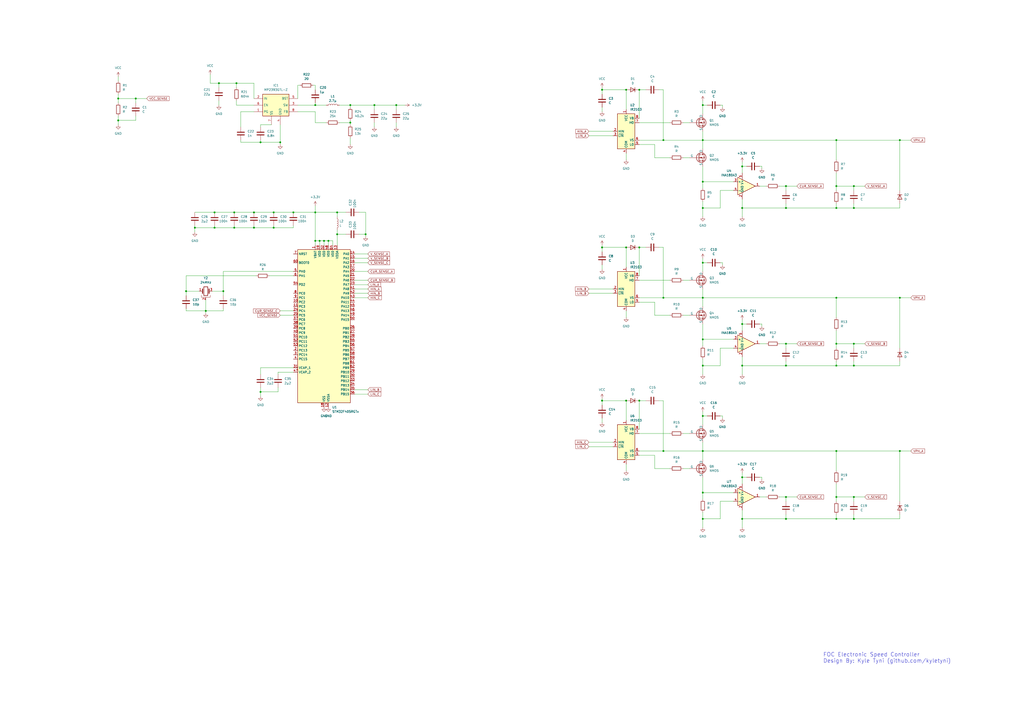
<source format=kicad_sch>
(kicad_sch (version 20230121) (generator eeschema)
  (paper "A2")
  (junction (at 212.09 135.89))
  (junction (at 363.22 143.51))
  (junction (at 129.54 168.91))
  (junction (at 495.3 288.29))
  (junction (at 407.67 285.75))
  (junction (at 363.22 232.41))
  (junction (at 124.46 132.08))
  (junction (at 217.17 60.96))
  (junction (at 135.89 123.19))
  (junction (at 68.58 69.85))
  (junction (at 137.16 48.26))
  (junction (at 124.46 123.19))
  (junction (at 182.88 123.19))
  (junction (at 407.67 172.72))
  (junction (at 187.96 139.7))
  (junction (at 485.14 199.39))
  (junction (at 407.67 261.62))
  (junction (at 158.75 123.19))
  (junction (at 485.14 212.09))
  (junction (at 407.67 196.85))
  (junction (at 107.95 168.91))
  (junction (at 349.25 232.41))
  (junction (at 370.84 232.41))
  (junction (at 455.93 120.65))
  (junction (at 495.3 107.95))
  (junction (at 430.53 300.99))
  (junction (at 151.13 82.55))
  (junction (at 455.93 107.95))
  (junction (at 430.53 96.52))
  (junction (at 370.84 52.07))
  (junction (at 384.81 81.28))
  (junction (at 485.14 172.72))
  (junction (at 407.67 105.41))
  (junction (at 68.58 57.15))
  (junction (at 407.67 60.96))
  (junction (at 407.67 120.65))
  (junction (at 521.97 261.62))
  (junction (at 182.88 139.7))
  (junction (at 495.3 199.39))
  (junction (at 203.2 60.96))
  (junction (at 407.67 81.28))
  (junction (at 407.67 212.09))
  (junction (at 349.25 52.07))
  (junction (at 363.22 52.07))
  (junction (at 407.67 300.99))
  (junction (at 147.32 123.19))
  (junction (at 151.13 227.33))
  (junction (at 190.5 139.7))
  (junction (at 455.93 212.09))
  (junction (at 521.97 81.28))
  (junction (at 407.67 241.3))
  (junction (at 195.58 123.19))
  (junction (at 182.88 60.96))
  (junction (at 135.89 132.08))
  (junction (at 407.67 152.4))
  (junction (at 203.2 71.12))
  (junction (at 170.18 123.19))
  (junction (at 119.38 180.34))
  (junction (at 113.03 132.08))
  (junction (at 485.14 300.99))
  (junction (at 485.14 261.62))
  (junction (at 430.53 187.96))
  (junction (at 430.53 276.86))
  (junction (at 485.14 120.65))
  (junction (at 430.53 120.65))
  (junction (at 485.14 288.29))
  (junction (at 147.32 132.08))
  (junction (at 485.14 107.95))
  (junction (at 495.3 212.09))
  (junction (at 370.84 143.51))
  (junction (at 495.3 120.65))
  (junction (at 384.81 172.72))
  (junction (at 158.75 132.08))
  (junction (at 430.53 212.09))
  (junction (at 455.93 300.99))
  (junction (at 485.14 81.28))
  (junction (at 127 48.26))
  (junction (at 195.58 135.89))
  (junction (at 78.74 57.15))
  (junction (at 349.25 143.51))
  (junction (at 495.3 300.99))
  (junction (at 162.56 82.55))
  (junction (at 384.81 261.62))
  (junction (at 185.42 139.7))
  (junction (at 229.87 60.96))
  (junction (at 521.97 172.72))
  (junction (at 455.93 199.39))
  (junction (at 455.93 288.29))
  (wire (pts (xy 379.73 91.44) (xy 388.62 91.44)))
  (wire (pts (xy 147.32 60.96) (xy 137.16 60.96)))
  (wire (pts (xy 127 48.26) (xy 137.16 48.26)))
  (wire (pts (xy 455.93 199.39) (xy 455.93 201.93)))
  (wire (pts (xy 495.3 288.29) (xy 501.65 288.29)))
  (wire (pts (xy 208.28 123.19) (xy 212.09 123.19)))
  (wire (pts (xy 485.14 212.09) (xy 495.3 212.09)))
  (wire (pts (xy 139.7 64.77) (xy 139.7 73.66)))
  (wire (pts (xy 341.63 256.54) (xy 355.6 256.54)))
  (wire (pts (xy 151.13 72.39) (xy 151.13 73.66)))
  (wire (pts (xy 78.74 69.85) (xy 68.58 69.85)))
  (wire (pts (xy 370.84 81.28) (xy 384.81 81.28)))
  (wire (pts (xy 485.14 288.29) (xy 485.14 290.83)))
  (wire (pts (xy 172.72 49.53) (xy 172.72 57.15)))
  (wire (pts (xy 521.97 172.72) (xy 528.32 172.72)))
  (wire (pts (xy 407.67 58.42) (xy 407.67 60.96)))
  (wire (pts (xy 162.56 83.82) (xy 162.56 82.55)))
  (wire (pts (xy 124.46 132.08) (xy 135.89 132.08)))
  (wire (pts (xy 203.2 71.12) (xy 203.2 72.39)))
  (wire (pts (xy 485.14 81.28) (xy 521.97 81.28)))
  (wire (pts (xy 129.54 157.48) (xy 170.18 157.48)))
  (wire (pts (xy 455.93 107.95) (xy 452.12 107.95)))
  (wire (pts (xy 430.53 120.65) (xy 430.53 125.73)))
  (wire (pts (xy 203.2 62.23) (xy 203.2 60.96)))
  (wire (pts (xy 203.2 69.85) (xy 203.2 71.12)))
  (wire (pts (xy 349.25 143.51) (xy 363.22 143.51)))
  (wire (pts (xy 147.32 123.19) (xy 158.75 123.19)))
  (wire (pts (xy 495.3 300.99) (xy 495.3 298.45)))
  (wire (pts (xy 107.95 180.34) (xy 119.38 180.34)))
  (wire (pts (xy 430.53 185.42) (xy 430.53 187.96)))
  (wire (pts (xy 430.53 276.86) (xy 430.53 280.67)))
  (wire (pts (xy 441.96 187.96) (xy 441.96 189.23)))
  (wire (pts (xy 396.24 182.88) (xy 400.05 182.88)))
  (wire (pts (xy 139.7 64.77) (xy 147.32 64.77)))
  (wire (pts (xy 213.36 157.48) (xy 205.74 157.48)))
  (wire (pts (xy 349.25 52.07) (xy 349.25 54.61)))
  (wire (pts (xy 195.58 135.89) (xy 200.66 135.89)))
  (wire (pts (xy 182.88 60.96) (xy 182.88 59.69)))
  (wire (pts (xy 407.67 76.2) (xy 407.67 81.28)))
  (wire (pts (xy 455.93 118.11) (xy 455.93 120.65)))
  (wire (pts (xy 419.1 152.4) (xy 419.1 153.67)))
  (wire (pts (xy 158.75 132.08) (xy 158.75 130.81)))
  (wire (pts (xy 158.75 123.19) (xy 170.18 123.19)))
  (wire (pts (xy 217.17 73.66) (xy 217.17 71.12)))
  (wire (pts (xy 182.88 49.53) (xy 182.88 52.07)))
  (wire (pts (xy 417.83 300.99) (xy 407.67 300.99)))
  (wire (pts (xy 213.36 172.72) (xy 205.74 172.72)))
  (wire (pts (xy 485.14 172.72) (xy 521.97 172.72)))
  (wire (pts (xy 430.53 120.65) (xy 455.93 120.65)))
  (wire (pts (xy 384.81 81.28) (xy 407.67 81.28)))
  (wire (pts (xy 217.17 63.5) (xy 217.17 60.96)))
  (wire (pts (xy 349.25 52.07) (xy 349.25 50.8)))
  (wire (pts (xy 213.36 165.1) (xy 205.74 165.1)))
  (wire (pts (xy 407.67 116.84) (xy 407.67 120.65)))
  (wire (pts (xy 455.93 199.39) (xy 462.28 199.39)))
  (wire (pts (xy 485.14 120.65) (xy 485.14 118.11)))
  (wire (pts (xy 113.03 130.81) (xy 113.03 132.08)))
  (wire (pts (xy 407.67 86.36) (xy 407.67 81.28)))
  (wire (pts (xy 213.36 147.32) (xy 205.74 147.32)))
  (wire (pts (xy 127 58.42) (xy 127 60.96)))
  (wire (pts (xy 170.18 130.81) (xy 170.18 132.08)))
  (wire (pts (xy 349.25 232.41) (xy 349.25 231.14)))
  (wire (pts (xy 382.27 52.07) (xy 384.81 52.07)))
  (wire (pts (xy 349.25 52.07) (xy 363.22 52.07)))
  (wire (pts (xy 370.84 162.56) (xy 388.62 162.56)))
  (wire (pts (xy 195.58 135.89) (xy 195.58 142.24)))
  (wire (pts (xy 370.84 71.12) (xy 388.62 71.12)))
  (wire (pts (xy 485.14 191.77) (xy 485.14 199.39)))
  (wire (pts (xy 68.58 72.39) (xy 68.58 69.85)))
  (wire (pts (xy 407.67 241.3) (xy 407.67 246.38)))
  (wire (pts (xy 455.93 107.95) (xy 455.93 110.49)))
  (wire (pts (xy 229.87 73.66) (xy 229.87 71.12)))
  (wire (pts (xy 485.14 280.67) (xy 485.14 288.29)))
  (wire (pts (xy 370.84 232.41) (xy 374.65 232.41)))
  (wire (pts (xy 370.84 264.16) (xy 379.73 264.16)))
  (wire (pts (xy 172.72 64.77) (xy 182.88 64.77)))
  (wire (pts (xy 485.14 120.65) (xy 495.3 120.65)))
  (wire (pts (xy 384.81 261.62) (xy 407.67 261.62)))
  (wire (pts (xy 341.63 76.2) (xy 355.6 76.2)))
  (wire (pts (xy 182.88 123.19) (xy 182.88 139.7)))
  (wire (pts (xy 217.17 60.96) (xy 229.87 60.96)))
  (wire (pts (xy 430.53 300.99) (xy 455.93 300.99)))
  (wire (pts (xy 182.88 139.7) (xy 182.88 142.24)))
  (wire (pts (xy 78.74 57.15) (xy 85.09 57.15)))
  (wire (pts (xy 407.67 297.18) (xy 407.67 300.99)))
  (wire (pts (xy 363.22 52.07) (xy 363.22 63.5)))
  (wire (pts (xy 151.13 82.55) (xy 151.13 81.28)))
  (wire (pts (xy 485.14 199.39) (xy 485.14 201.93)))
  (wire (pts (xy 495.3 199.39) (xy 495.3 201.93)))
  (wire (pts (xy 137.16 60.96) (xy 137.16 58.42)))
  (wire (pts (xy 370.84 83.82) (xy 379.73 83.82)))
  (wire (pts (xy 363.22 143.51) (xy 363.22 154.94)))
  (wire (pts (xy 485.14 107.95) (xy 485.14 110.49)))
  (wire (pts (xy 203.2 83.82) (xy 203.2 80.01)))
  (wire (pts (xy 196.85 60.96) (xy 203.2 60.96)))
  (wire (pts (xy 419.1 60.96) (xy 419.1 62.23)))
  (wire (pts (xy 349.25 62.23) (xy 349.25 64.77)))
  (wire (pts (xy 382.27 232.41) (xy 384.81 232.41)))
  (wire (pts (xy 495.3 107.95) (xy 495.3 110.49)))
  (wire (pts (xy 430.53 212.09) (xy 455.93 212.09)))
  (wire (pts (xy 455.93 209.55) (xy 455.93 212.09)))
  (wire (pts (xy 425.45 290.83) (xy 417.83 290.83)))
  (wire (pts (xy 430.53 274.32) (xy 430.53 276.86)))
  (wire (pts (xy 407.67 276.86) (xy 407.67 285.75)))
  (wire (pts (xy 135.89 123.19) (xy 147.32 123.19)))
  (wire (pts (xy 379.73 182.88) (xy 388.62 182.88)))
  (wire (pts (xy 407.67 60.96) (xy 407.67 66.04)))
  (wire (pts (xy 455.93 298.45) (xy 455.93 300.99)))
  (wire (pts (xy 485.14 300.99) (xy 495.3 300.99)))
  (wire (pts (xy 440.69 288.29) (xy 444.5 288.29)))
  (wire (pts (xy 182.88 60.96) (xy 189.23 60.96)))
  (wire (pts (xy 407.67 96.52) (xy 407.67 105.41)))
  (wire (pts (xy 379.73 175.26) (xy 379.73 182.88)))
  (wire (pts (xy 68.58 44.45) (xy 68.58 46.99)))
  (wire (pts (xy 341.63 167.64) (xy 355.6 167.64)))
  (wire (pts (xy 203.2 60.96) (xy 217.17 60.96)))
  (wire (pts (xy 68.58 57.15) (xy 68.58 59.69)))
  (wire (pts (xy 407.67 261.62) (xy 485.14 261.62)))
  (wire (pts (xy 407.67 105.41) (xy 425.45 105.41)))
  (wire (pts (xy 363.22 232.41) (xy 363.22 243.84)))
  (wire (pts (xy 485.14 300.99) (xy 485.14 298.45)))
  (wire (pts (xy 349.25 232.41) (xy 363.22 232.41)))
  (wire (pts (xy 195.58 133.35) (xy 195.58 135.89)))
  (wire (pts (xy 349.25 232.41) (xy 349.25 234.95)))
  (wire (pts (xy 425.45 201.93) (xy 417.83 201.93)))
  (wire (pts (xy 190.5 139.7) (xy 187.96 139.7)))
  (wire (pts (xy 370.84 143.51) (xy 370.84 160.02)))
  (wire (pts (xy 147.32 132.08) (xy 158.75 132.08)))
  (wire (pts (xy 407.67 105.41) (xy 407.67 109.22)))
  (wire (pts (xy 407.67 152.4) (xy 407.67 157.48)))
  (wire (pts (xy 433.07 276.86) (xy 430.53 276.86)))
  (wire (pts (xy 349.25 143.51) (xy 349.25 142.24)))
  (wire (pts (xy 495.3 120.65) (xy 521.97 120.65)))
  (wire (pts (xy 151.13 72.39) (xy 157.48 72.39)))
  (wire (pts (xy 384.81 172.72) (xy 407.67 172.72)))
  (wire (pts (xy 495.3 107.95) (xy 501.65 107.95)))
  (wire (pts (xy 455.93 199.39) (xy 452.12 199.39)))
  (wire (pts (xy 187.96 139.7) (xy 185.42 139.7)))
  (wire (pts (xy 485.14 212.09) (xy 485.14 209.55)))
  (wire (pts (xy 135.89 132.08) (xy 147.32 132.08)))
  (wire (pts (xy 137.16 48.26) (xy 147.32 48.26)))
  (wire (pts (xy 213.36 170.18) (xy 205.74 170.18)))
  (wire (pts (xy 419.1 241.3) (xy 419.1 242.57)))
  (wire (pts (xy 123.19 168.91) (xy 129.54 168.91)))
  (wire (pts (xy 407.67 196.85) (xy 407.67 200.66)))
  (wire (pts (xy 441.96 276.86) (xy 441.96 278.13)))
  (wire (pts (xy 495.3 120.65) (xy 495.3 118.11)))
  (wire (pts (xy 162.56 182.88) (xy 170.18 182.88)))
  (wire (pts (xy 407.67 300.99) (xy 407.67 306.07)))
  (wire (pts (xy 78.74 57.15) (xy 78.74 59.69)))
  (wire (pts (xy 182.88 119.38) (xy 182.88 123.19)))
  (wire (pts (xy 161.29 224.79) (xy 161.29 227.33)))
  (wire (pts (xy 182.88 71.12) (xy 189.23 71.12)))
  (wire (pts (xy 396.24 271.78) (xy 400.05 271.78)))
  (wire (pts (xy 433.07 187.96) (xy 430.53 187.96)))
  (wire (pts (xy 193.04 139.7) (xy 190.5 139.7)))
  (wire (pts (xy 430.53 207.01) (xy 430.53 212.09)))
  (wire (pts (xy 495.3 212.09) (xy 495.3 209.55)))
  (wire (pts (xy 407.67 81.28) (xy 485.14 81.28)))
  (wire (pts (xy 172.72 60.96) (xy 182.88 60.96)))
  (wire (pts (xy 485.14 261.62) (xy 485.14 273.05)))
  (wire (pts (xy 182.88 123.19) (xy 195.58 123.19)))
  (wire (pts (xy 417.83 110.49) (xy 417.83 120.65)))
  (wire (pts (xy 229.87 60.96) (xy 234.95 60.96)))
  (wire (pts (xy 182.88 64.77) (xy 182.88 71.12)))
  (wire (pts (xy 151.13 213.36) (xy 151.13 217.17)))
  (wire (pts (xy 455.93 120.65) (xy 485.14 120.65)))
  (wire (pts (xy 396.24 91.44) (xy 400.05 91.44)))
  (wire (pts (xy 156.21 160.02) (xy 170.18 160.02)))
  (wire (pts (xy 185.42 139.7) (xy 182.88 139.7)))
  (wire (pts (xy 68.58 54.61) (xy 68.58 57.15)))
  (wire (pts (xy 119.38 180.34) (xy 129.54 180.34)))
  (wire (pts (xy 485.14 107.95) (xy 495.3 107.95)))
  (wire (pts (xy 430.53 93.98) (xy 430.53 96.52)))
  (wire (pts (xy 417.83 241.3) (xy 419.1 241.3)))
  (wire (pts (xy 521.97 172.72) (xy 521.97 201.93)))
  (wire (pts (xy 440.69 276.86) (xy 441.96 276.86)))
  (wire (pts (xy 407.67 167.64) (xy 407.67 172.72)))
  (wire (pts (xy 129.54 168.91) (xy 129.54 157.48)))
  (wire (pts (xy 379.73 83.82) (xy 379.73 91.44)))
  (wire (pts (xy 382.27 143.51) (xy 384.81 143.51)))
  (wire (pts (xy 147.32 130.81) (xy 147.32 132.08)))
  (wire (pts (xy 485.14 81.28) (xy 485.14 92.71)))
  (wire (pts (xy 113.03 134.62) (xy 113.03 132.08)))
  (wire (pts (xy 137.16 50.8) (xy 137.16 48.26)))
  (wire (pts (xy 121.92 48.26) (xy 121.92 43.18)))
  (wire (pts (xy 107.95 160.02) (xy 148.59 160.02)))
  (wire (pts (xy 190.5 142.24) (xy 190.5 139.7)))
  (wire (pts (xy 370.84 251.46) (xy 388.62 251.46)))
  (wire (pts (xy 151.13 82.55) (xy 162.56 82.55)))
  (wire (pts (xy 170.18 213.36) (xy 151.13 213.36)))
  (wire (pts (xy 68.58 57.15) (xy 78.74 57.15)))
  (wire (pts (xy 182.88 49.53) (xy 181.61 49.53)))
  (wire (pts (xy 485.14 288.29) (xy 495.3 288.29)))
  (wire (pts (xy 379.73 264.16) (xy 379.73 271.78)))
  (wire (pts (xy 430.53 295.91) (xy 430.53 300.99)))
  (wire (pts (xy 370.84 261.62) (xy 384.81 261.62)))
  (wire (pts (xy 440.69 107.95) (xy 444.5 107.95)))
  (wire (pts (xy 195.58 123.19) (xy 200.66 123.19)))
  (wire (pts (xy 440.69 187.96) (xy 441.96 187.96)))
  (wire (pts (xy 396.24 71.12) (xy 400.05 71.12)))
  (wire (pts (xy 370.84 232.41) (xy 370.84 248.92)))
  (wire (pts (xy 213.36 152.4) (xy 205.74 152.4)))
  (wire (pts (xy 68.58 69.85) (xy 68.58 67.31)))
  (wire (pts (xy 124.46 123.19) (xy 135.89 123.19)))
  (wire (pts (xy 407.67 196.85) (xy 425.45 196.85)))
  (wire (pts (xy 208.28 135.89) (xy 212.09 135.89)))
  (wire (pts (xy 407.67 212.09) (xy 407.67 217.17)))
  (wire (pts (xy 521.97 261.62) (xy 528.32 261.62)))
  (wire (pts (xy 151.13 229.87) (xy 151.13 227.33)))
  (wire (pts (xy 78.74 69.85) (xy 78.74 67.31)))
  (wire (pts (xy 495.3 212.09) (xy 521.97 212.09)))
  (wire (pts (xy 129.54 168.91) (xy 129.54 171.45)))
  (wire (pts (xy 173.99 49.53) (xy 172.72 49.53)))
  (wire (pts (xy 440.69 96.52) (xy 441.96 96.52)))
  (wire (pts (xy 212.09 123.19) (xy 212.09 135.89)))
  (wire (pts (xy 407.67 172.72) (xy 485.14 172.72)))
  (wire (pts (xy 185.42 142.24) (xy 185.42 139.7)))
  (wire (pts (xy 349.25 242.57) (xy 349.25 245.11)))
  (wire (pts (xy 485.14 100.33) (xy 485.14 107.95)))
  (wire (pts (xy 521.97 209.55) (xy 521.97 212.09)))
  (wire (pts (xy 187.96 142.24) (xy 187.96 139.7)))
  (wire (pts (xy 455.93 107.95) (xy 462.28 107.95)))
  (wire (pts (xy 521.97 298.45) (xy 521.97 300.99)))
  (wire (pts (xy 349.25 143.51) (xy 349.25 146.05)))
  (wire (pts (xy 417.83 60.96) (xy 419.1 60.96)))
  (wire (pts (xy 363.22 269.24) (xy 363.22 273.05)))
  (wire (pts (xy 455.93 212.09) (xy 485.14 212.09)))
  (wire (pts (xy 407.67 208.28) (xy 407.67 212.09)))
  (wire (pts (xy 407.67 177.8) (xy 407.67 172.72)))
  (wire (pts (xy 363.22 88.9) (xy 363.22 92.71)))
  (wire (pts (xy 124.46 130.81) (xy 124.46 132.08)))
  (wire (pts (xy 170.18 132.08) (xy 158.75 132.08)))
  (wire (pts (xy 161.29 227.33) (xy 151.13 227.33)))
  (wire (pts (xy 430.53 115.57) (xy 430.53 120.65)))
  (wire (pts (xy 193.04 142.24) (xy 193.04 139.7)))
  (wire (pts (xy 370.84 172.72) (xy 384.81 172.72)))
  (wire (pts (xy 521.97 81.28) (xy 521.97 110.49)))
  (wire (pts (xy 407.67 149.86) (xy 407.67 152.4)))
  (wire (pts (xy 521.97 261.62) (xy 521.97 290.83)))
  (wire (pts (xy 170.18 123.19) (xy 182.88 123.19)))
  (wire (pts (xy 349.25 153.67) (xy 349.25 156.21)))
  (wire (pts (xy 455.93 288.29) (xy 455.93 290.83)))
  (wire (pts (xy 107.95 179.07) (xy 107.95 180.34)))
  (wire (pts (xy 139.7 82.55) (xy 151.13 82.55)))
  (wire (pts (xy 396.24 251.46) (xy 400.05 251.46)))
  (wire (pts (xy 121.92 48.26) (xy 127 48.26)))
  (wire (pts (xy 161.29 215.9) (xy 161.29 217.17)))
  (wire (pts (xy 119.38 181.61) (xy 119.38 180.34)))
  (wire (pts (xy 407.67 256.54) (xy 407.67 261.62)))
  (wire (pts (xy 417.83 152.4) (xy 419.1 152.4)))
  (wire (pts (xy 139.7 82.55) (xy 139.7 81.28)))
  (wire (pts (xy 410.21 152.4) (xy 407.67 152.4)))
  (wire (pts (xy 441.96 96.52) (xy 441.96 97.79)))
  (wire (pts (xy 113.03 123.19) (xy 124.46 123.19)))
  (wire (pts (xy 341.63 170.18) (xy 355.6 170.18)))
  (wire (pts (xy 196.85 71.12) (xy 203.2 71.12)))
  (wire (pts (xy 417.83 120.65) (xy 407.67 120.65)))
  (wire (pts (xy 495.3 300.99) (xy 521.97 300.99)))
  (wire (pts (xy 433.07 96.52) (xy 430.53 96.52)))
  (wire (pts (xy 396.24 162.56) (xy 400.05 162.56)))
  (wire (pts (xy 407.67 120.65) (xy 407.67 125.73)))
  (wire (pts (xy 430.53 187.96) (xy 430.53 191.77)))
  (wire (pts (xy 384.81 261.62) (xy 384.81 232.41)))
  (wire (pts (xy 113.03 132.08) (xy 124.46 132.08)))
  (wire (pts (xy 455.93 300.99) (xy 485.14 300.99)))
  (wire (pts (xy 407.67 238.76) (xy 407.67 241.3)))
  (wire (pts (xy 135.89 130.81) (xy 135.89 132.08)))
  (wire (pts (xy 212.09 135.89) (xy 212.09 137.16)))
  (wire (pts (xy 363.22 180.34) (xy 363.22 184.15)))
  (wire (pts (xy 485.14 172.72) (xy 485.14 184.15)))
  (wire (pts (xy 147.32 48.26) (xy 147.32 57.15)))
  (wire (pts (xy 440.69 199.39) (xy 444.5 199.39)))
  (wire (pts (xy 495.3 199.39) (xy 501.65 199.39)))
  (wire (pts (xy 379.73 271.78) (xy 388.62 271.78)))
  (wire (pts (xy 170.18 215.9) (xy 161.29 215.9)))
  (wire (pts (xy 455.93 288.29) (xy 462.28 288.29)))
  (wire (pts (xy 485.14 199.39) (xy 495.3 199.39)))
  (wire (pts (xy 407.67 266.7) (xy 407.67 261.62)))
  (wire (pts (xy 107.95 168.91) (xy 107.95 160.02)))
  (wire (pts (xy 485.14 261.62) (xy 521.97 261.62)))
  (wire (pts (xy 213.36 149.86) (xy 205.74 149.86)))
  (wire (pts (xy 407.67 285.75) (xy 407.67 289.56)))
  (wire (pts (xy 370.84 52.07) (xy 370.84 68.58)))
  (wire (pts (xy 151.13 227.33) (xy 151.13 224.79)))
  (wire (pts (xy 195.58 123.19) (xy 195.58 125.73)))
  (wire (pts (xy 370.84 52.07) (xy 374.65 52.07)))
  (wire (pts (xy 430.53 212.09) (xy 430.53 217.17)))
  (wire (pts (xy 521.97 81.28) (xy 528.32 81.28)))
  (wire (pts (xy 407.67 285.75) (xy 425.45 285.75)))
  (wire (pts (xy 417.83 212.09) (xy 407.67 212.09)))
  (wire (pts (xy 129.54 179.07) (xy 129.54 180.34)))
  (wire (pts (xy 417.83 290.83) (xy 417.83 300.99)))
  (wire (pts (xy 410.21 241.3) (xy 407.67 241.3)))
  (wire (pts (xy 430.53 96.52) (xy 430.53 100.33)))
  (wire (pts (xy 119.38 173.99) (xy 119.38 180.34)))
  (wire (pts (xy 455.93 288.29) (xy 452.12 288.29)))
  (wire (pts (xy 213.36 228.6) (xy 205.74 228.6)))
  (wire (pts (xy 115.57 168.91) (xy 107.95 168.91)))
  (wire (pts (xy 127 50.8) (xy 127 48.26)))
  (wire (pts (xy 384.81 172.72) (xy 384.81 143.51)))
  (wire (pts (xy 229.87 63.5) (xy 229.87 60.96)))
  (wire (pts (xy 370.84 143.51) (xy 374.65 143.51)))
  (wire (pts (xy 341.63 259.08) (xy 355.6 259.08)))
  (wire (pts (xy 417.83 201.93) (xy 417.83 212.09)))
  (wire (pts (xy 495.3 288.29) (xy 495.3 290.83)))
  (wire (pts (xy 521.97 118.11) (xy 521.97 120.65)))
  (wire (pts (xy 341.63 78.74) (xy 355.6 78.74)))
  (wire (pts (xy 162.56 72.39) (xy 162.56 82.55)))
  (wire (pts (xy 407.67 187.96) (xy 407.67 196.85)))
  (wire (pts (xy 384.81 81.28) (xy 384.81 52.07)))
  (wire (pts (xy 213.36 167.64) (xy 205.74 167.64)))
  (wire (pts (xy 213.36 162.56) (xy 205.74 162.56)))
  (wire (pts (xy 370.84 175.26) (xy 379.73 175.26)))
  (wire (pts (xy 410.21 60.96) (xy 407.67 60.96)))
  (wire (pts (xy 107.95 168.91) (xy 107.95 171.45)))
  (wire (pts (xy 213.36 226.06) (xy 205.74 226.06)))
  (wire (pts (xy 425.45 110.49) (xy 417.83 110.49)))
  (wire (pts (xy 170.18 180.34) (xy 162.56 180.34)))
  (wire (pts (xy 430.53 300.99) (xy 430.53 306.07)))
  (text "FOC Electronic Speed Controller\nDesign By: Kyle Tyni (github.com/kyletyni)" (at 477.52 384.81 0) (effects (font (size 2.27 2.27)) (justify left bottom)))
  (global_label "HIN_B" (shape input) (at 213.36 170.18 0) (property "Intersheetrefs" "${INTERSHEET_REFS}" (effects hide)))
  (global_label "VCC_SENSE" (shape input) (at 162.56 182.88 180) (property "Intersheetrefs" "${INTERSHEET_REFS}" (effects hide)))
  (global_label "HIN_A" (shape input) (at 341.63 76.2 180) (property "Intersheetrefs" "${INTERSHEET_REFS}" (effects hide)))
  (global_label "LIN_A" (shape input) (at 213.36 165.1 0) (property "Intersheetrefs" "${INTERSHEET_REFS}" (effects hide)))
  (global_label "HIN_C" (shape input) (at 341.63 256.54 180) (property "Intersheetrefs" "${INTERSHEET_REFS}" (effects hide)))
  (global_label "LIN_C" (shape input) (at 341.63 259.08 180) (property "Intersheetrefs" "${INTERSHEET_REFS}" (effects hide)))
  (global_label "CUR_SENSE_C" (shape input) (at 162.56 180.34 180) (property "Intersheetrefs" "${INTERSHEET_REFS}" (effects hide)))
  (global_label "CUR_SENSE_C" (shape input) (at 462.28 288.29 0) (property "Intersheetrefs" "${INTERSHEET_REFS}" (effects hide)))
  (global_label "VPH_A" (shape input) (at 528.32 261.62 0) (property "Intersheetrefs" "${INTERSHEET_REFS}" (effects hide)))
  (global_label "V_SENSE_B" (shape input) (at 213.36 149.86 0) (property "Intersheetrefs" "${INTERSHEET_REFS}" (effects hide)))
  (global_label "LIN_A" (shape input) (at 341.63 78.74 180) (property "Intersheetrefs" "${INTERSHEET_REFS}" (effects hide)))
  (global_label "V_SENSE_C" (shape input) (at 213.36 152.4 0) (property "Intersheetrefs" "${INTERSHEET_REFS}" (effects hide)))
  (global_label "V_SENSE_A" (shape input) (at 501.65 107.95 0) (property "Intersheetrefs" "${INTERSHEET_REFS}" (effects hide)))
  (global_label "CUR_SENSE_B" (shape input) (at 462.28 199.39 0) (property "Intersheetrefs" "${INTERSHEET_REFS}" (effects hide)))
  (global_label "CUR_SENSE_B" (shape input) (at 213.36 162.56 0) (property "Intersheetrefs" "${INTERSHEET_REFS}" (effects hide)))
  (global_label "HIN_A" (shape input) (at 213.36 167.64 0) (property "Intersheetrefs" "${INTERSHEET_REFS}" (effects hide)))
  (global_label "CUR_SENSE_A" (shape input) (at 213.36 157.48 0) (property "Intersheetrefs" "${INTERSHEET_REFS}" (effects hide)))
  (global_label "LIN_B" (shape input) (at 341.63 170.18 180) (property "Intersheetrefs" "${INTERSHEET_REFS}" (effects hide)))
  (global_label "CUR_SENSE_A" (shape input) (at 462.28 107.95 0) (property "Intersheetrefs" "${INTERSHEET_REFS}" (effects hide)))
  (global_label "HIN_C" (shape input) (at 213.36 172.72 0) (property "Intersheetrefs" "${INTERSHEET_REFS}" (effects hide)))
  (global_label "LIN_C" (shape input) (at 213.36 228.6 0) (property "Intersheetrefs" "${INTERSHEET_REFS}" (effects hide)))
  (global_label "VPH_A" (shape input) (at 528.32 172.72 0) (property "Intersheetrefs" "${INTERSHEET_REFS}" (effects hide)))
  (global_label "LIN_B" (shape input) (at 213.36 226.06 0) (property "Intersheetrefs" "${INTERSHEET_REFS}" (effects hide)))
  (global_label "V_SENSE_A" (shape input) (at 213.36 147.32 0) (property "Intersheetrefs" "${INTERSHEET_REFS}" (effects hide)))
  (global_label "VCC_SENSE" (shape input) (at 85.09 57.15 0) (property "Intersheetrefs" "${INTERSHEET_REFS}" (effects hide)))
  (global_label "VPH_A" (shape input) (at 528.32 81.28 0) (property "Intersheetrefs" "${INTERSHEET_REFS}" (effects hide)))
  (global_label "HIN_B" (shape input) (at 341.63 167.64 180) (property "Intersheetrefs" "${INTERSHEET_REFS}" (effects hide)))
  (global_label "V_SENSE_C" (shape input) (at 501.65 288.29 0) (property "Intersheetrefs" "${INTERSHEET_REFS}" (effects hide)))
  (global_label "V_SENSE_B" (shape input) (at 501.65 199.39 0) (property "Intersheetrefs" "${INTERSHEET_REFS}" (effects hide)))
  (symbol (lib_id "Simulation_SPICE:NMOS") (at 405.13 182.88 0) (unit 1)
    (property "Reference" "Q4" (at 411.48 181.61 0) (effects (justify left)))
    (property "Value" "NMOS" (at 411.48 184.15 0) (effects (justify left)))
    (property "Datasheet" "https://ngspice.sourceforge.io/docs/ngspice-manual.pdf" (effects hide))
    (property "Sim.Device" "NMOS" (effects hide))
    (property "Sim.Type" "VDMOS" (effects hide))
    (property "Sim.Pins" "1=D 2=G 3=S" (effects hide))
  )
  (symbol (lib_id "Driver_FET:IR2103") (at 363.22 167.64 0) (unit 1)
    (property "Reference" "U3" (at 365.4141 152.4 0) (effects (justify left)))
    (property "Value" "IR2103" (at 365.4141 154.94 0) (effects (justify left)))
    (property "Footprint" "Package_SO:SOIC-8_3.9x4.9mm_P1.27mm" (effects hide))
    (property "Datasheet" "https://www.infineon.com/dgdl/ir2103.pdf?fileId=5546d462533600a4015355c7b54b166f" (effects hide))
  )
  (symbol (lib_id "Device:R") (at 392.43 182.88 90) (unit 1)
    (property "Reference" "R10" (at 392.43 176.53 90))
    (property "Value" "R" (at 392.43 179.07 90))
  )
  (symbol (lib_id "Device:R") (at 485.14 294.64 0) (unit 1)
    (property "Reference" "R20" (at 487.68 293.37 0) (effects (justify left)))
    (property "Value" "R" (at 487.68 295.91 0) (effects (justify left)))
  )
  (symbol (lib_id "Simulation_SPICE:NMOS") (at 405.13 271.78 0) (unit 1)
    (property "Reference" "Q6" (at 411.48 270.51 0) (effects (justify left)))
    (property "Value" "NMOS" (at 411.48 273.05 0) (effects (justify left)))
    (property "Datasheet" "https://ngspice.sourceforge.io/docs/ngspice-manual.pdf" (effects hide))
    (property "Sim.Device" "NMOS" (effects hide))
    (property "Sim.Type" "VDMOS" (effects hide))
    (property "Sim.Pins" "1=D 2=G 3=S" (effects hide))
  )
  (symbol (lib_id "Device:R") (at 407.67 293.37 180) (unit 1)
    (property "Reference" "R17" (at 410.21 292.1 0) (effects (justify right)))
    (property "Value" "R" (at 410.21 294.64 0) (effects (justify right)))
  )
  (symbol (lib_id "Device:C") (at 495.3 294.64 180) (unit 1)
    (property "Reference" "C19" (at 499.11 293.37 0) (effects (justify right)))
    (property "Value" "C" (at 499.11 295.91 0) (effects (justify right)))
  )
  (symbol (lib_id "Device:C") (at 158.75 127 180) (unit 1)
    (property "Reference" "C30" (at 166.37 125.73 0) (effects (justify left)))
    (property "Value" "100n" (at 166.37 128.27 0) (effects (justify left)))
  )
  (symbol (lib_id "Device:C") (at 414.02 241.3 270) (unit 1)
    (property "Reference" "C16" (at 414.02 233.68 90))
    (property "Value" "C" (at 414.02 236.22 90))
  )
  (symbol (lib_id "Device:R") (at 68.58 50.8 0) (unit 1)
    (property "Reference" "R1" (at 71.12 49.53 0) (effects (justify left)))
    (property "Value" "R" (at 71.12 52.07 0) (effects (justify left)))
  )
  (symbol (lib_id "power:GND") (at 119.38 181.61 0) (unit 1)
    (property "Reference" "#PWR037" (effects hide))
    (property "Value" "GND" (at 119.38 186.69 0))
  )
  (symbol (lib_id "Device:C") (at 170.18 127 180) (unit 1)
    (property "Reference" "C31" (at 177.8 125.73 0) (effects (justify left)))
    (property "Value" "100n" (at 177.8 128.27 0) (effects (justify left)))
  )
  (symbol (lib_id "power:GND") (at 127 60.96 0) (unit 1)
    (property "Reference" "#PWR032" (effects hide))
    (property "Value" "GND" (at 127 66.04 0))
  )
  (symbol (lib_id "Device:R") (at 392.43 162.56 90) (unit 1)
    (property "Reference" "R9" (at 392.43 156.21 90))
    (property "Value" "R" (at 392.43 158.75 90))
  )
  (symbol (lib_id "power:GND") (at 430.53 217.17 0) (unit 1)
    (property "Reference" "#PWR019" (effects hide))
    (property "Value" "GND" (at 430.53 222.25 0))
  )
  (symbol (lib_id "Device:C") (at 217.17 67.31 180) (unit 1)
    (property "Reference" "C24" (at 224.79 66.04 0) (effects (justify left)))
    (property "Value" "22µ" (at 224.79 68.58 0) (effects (justify left)))
  )
  (symbol (lib_id "Device:C") (at 139.7 77.47 0) (unit 1)
    (property "Reference" "C22" (at 143.51 76.2 0) (effects (justify left)))
    (property "Value" "1n" (at 143.51 78.74 0) (effects (justify left)))
  )
  (symbol (lib_id "power:GND") (at 217.17 73.66 0) (unit 1)
    (property "Reference" "#PWR034" (effects hide))
    (property "Value" "GND" (at 217.17 78.74 0))
  )
  (symbol (lib_id "power:+3.3V") (at 430.53 185.42 0) (unit 1)
    (property "Reference" "#PWR018" (effects hide))
    (property "Value" "+3.3V" (at 430.53 180.34 0))
  )
  (symbol (lib_id "Device:C") (at 204.47 135.89 270) (unit 1)
    (property "Reference" "C33" (at 203.2 128.27 0) (effects (justify left)))
    (property "Value" "100n" (at 205.74 128.27 0) (effects (justify left)))
  )
  (symbol (lib_id "power:+3.3V") (at 430.53 274.32 0) (unit 1)
    (property "Reference" "#PWR027" (effects hide))
    (property "Value" "+3.3V" (at 430.53 269.24 0))
  )
  (symbol (lib_id "Device:C") (at 436.88 187.96 90) (unit 1)
    (property "Reference" "C11" (at 436.88 180.34 90))
    (property "Value" "C" (at 436.88 182.88 90))
  )
  (symbol (lib_id "Device:C") (at 135.89 127 180) (unit 1)
    (property "Reference" "C28" (at 143.51 125.73 0) (effects (justify left)))
    (property "Value" "100n" (at 143.51 128.27 0) (effects (justify left)))
  )
  (symbol (lib_id "Device:C") (at 129.54 175.26 180) (unit 1)
    (property "Reference" "C36" (at 137.16 173.99 0) (effects (justify left)))
    (property "Value" "10p" (at 137.16 176.53 0) (effects (justify left)))
  )
  (symbol (lib_id "Device:R") (at 448.31 288.29 270) (unit 1)
    (property "Reference" "R18" (at 448.31 281.94 90))
    (property "Value" "R" (at 448.31 284.48 90))
  )
  (symbol (lib_id "Device:R") (at 485.14 276.86 0) (unit 1)
    (property "Reference" "R19" (at 487.68 275.59 0) (effects (justify left)))
    (property "Value" "R" (at 487.68 278.13 0) (effects (justify left)))
  )
  (symbol (lib_id "Device:R") (at 407.67 204.47 180) (unit 1)
    (property "Reference" "R11" (at 410.21 203.2 0) (effects (justify right)))
    (property "Value" "R" (at 410.21 205.74 0) (effects (justify right)))
  )
  (symbol (lib_id "power:GND") (at 212.09 137.16 0) (unit 1)
    (property "Reference" "#PWR041" (effects hide))
    (property "Value" "GND" (at 212.09 142.24 0))
  )
  (symbol (lib_id "power:GND") (at 190.5 236.22 0) (unit 1)
    (property "Reference" "#PWR042" (effects hide))
    (property "Value" "GND" (at 190.5 241.3 0))
  )
  (symbol (lib_id "power:VCC") (at 407.67 58.42 0) (unit 1)
    (property "Reference" "#PWR03" (effects hide))
    (property "Value" "VCC" (at 407.67 53.34 0))
  )
  (symbol (lib_id "power:VCC") (at 349.25 50.8 0) (unit 1)
    (property "Reference" "#PWR06" (effects hide))
    (property "Value" "VCC" (at 349.25 45.72 0))
  )
  (symbol (lib_id "Device:C") (at 378.46 52.07 270) (unit 1)
    (property "Reference" "C4" (at 378.46 44.45 90))
    (property "Value" "C" (at 378.46 46.99 90))
  )
  (symbol (lib_id "Device:C") (at 204.47 123.19 270) (unit 1)
    (property "Reference" "C32" (at 203.2 115.57 0) (effects (justify left)))
    (property "Value" "100n" (at 205.74 115.57 0) (effects (justify left)))
  )
  (symbol (lib_id "Device:C") (at 455.93 205.74 180) (unit 1)
    (property "Reference" "C12" (at 459.74 204.47 0) (effects (justify right)))
    (property "Value" "C" (at 459.74 207.01 0) (effects (justify right)))
  )
  (symbol (lib_id "power:VCC") (at 121.92 43.18 0) (unit 1)
    (property "Reference" "#PWR030" (effects hide))
    (property "Value" "VCC" (at 121.92 38.1 0))
  )
  (symbol (lib_id "power:GND") (at 407.67 217.17 0) (unit 1)
    (property "Reference" "#PWR016" (effects hide))
    (property "Value" "GND" (at 407.67 222.25 0))
  )
  (symbol (lib_id "Device:C") (at 127 54.61 0) (unit 1)
    (property "Reference" "C21" (at 118.11 52.07 0) (effects (justify left)))
    (property "Value" "22µ" (at 118.11 54.61 0) (effects (justify left)))
  )
  (symbol (lib_id "Device:R") (at 392.43 91.44 90) (unit 1)
    (property "Reference" "R4" (at 392.43 85.09 90))
    (property "Value" "R" (at 392.43 87.63 90))
  )
  (symbol (lib_id "Device:R") (at 485.14 187.96 0) (unit 1)
    (property "Reference" "R13" (at 487.68 186.69 0) (effects (justify left)))
    (property "Value" "R" (at 487.68 189.23 0) (effects (justify left)))
  )
  (symbol (lib_id "Device:C") (at 436.88 96.52 90) (unit 1)
    (property "Reference" "C5" (at 436.88 88.9 90))
    (property "Value" "C" (at 436.88 91.44 90))
  )
  (symbol (lib_id "Device:R") (at 177.8 49.53 90) (unit 1)
    (property "Reference" "R22" (at 177.8 43.18 90))
    (property "Value" "20" (at 177.8 45.72 90))
  )
  (symbol (lib_id "Device:R") (at 485.14 205.74 0) (unit 1)
    (property "Reference" "R14" (at 487.68 204.47 0) (effects (justify left)))
    (property "Value" "R" (at 487.68 207.01 0) (effects (justify left)))
  )
  (symbol (lib_id "Driver_FET:IR2103") (at 363.22 76.2 0) (unit 1)
    (property "Reference" "U2" (at 365.4141 60.96 0) (effects (justify left)))
    (property "Value" "IR2103" (at 365.4141 63.5 0) (effects (justify left)))
    (property "Footprint" "Package_SO:SOIC-8_3.9x4.9mm_P1.27mm" (effects hide))
    (property "Datasheet" "https://www.infineon.com/dgdl/ir2103.pdf?fileId=5546d462533600a4015355c7b54b166f" (effects hide))
  )
  (symbol (lib_id "Device:R") (at 485.14 114.3 0) (unit 1)
    (property "Reference" "R8" (at 487.68 113.03 0) (effects (justify left)))
    (property "Value" "R" (at 487.68 115.57 0) (effects (justify left)))
  )
  (symbol (lib_id "power:GND") (at 407.67 125.73 0) (unit 1)
    (property "Reference" "#PWR05" (effects hide))
    (property "Value" "GND" (at 407.67 130.81 0))
  )
  (symbol (lib_id "Device:R") (at 448.31 199.39 270) (unit 1)
    (property "Reference" "R12" (at 448.31 193.04 90))
    (property "Value" "R" (at 448.31 195.58 90))
  )
  (symbol (lib_id "power:GND") (at 441.96 97.79 0) (unit 1)
    (property "Reference" "#PWR09" (effects hide))
    (property "Value" "GND" (at 441.96 102.87 0))
  )
  (symbol (lib_id "Device:C") (at 414.02 152.4 270) (unit 1)
    (property "Reference" "C10" (at 414.02 144.78 90))
    (property "Value" "C" (at 414.02 147.32 90))
  )
  (symbol (lib_id "Device:C") (at 78.74 63.5 0) (unit 1)
    (property "Reference" "C1" (at 82.55 62.23 0) (effects (justify left)))
    (property "Value" "C" (at 82.55 64.77 0) (effects (justify left)))
  )
  (symbol (lib_id "power:GND") (at 430.53 306.07 0) (unit 1)
    (property "Reference" "#PWR028" (effects hide))
    (property "Value" "GND" (at 430.53 311.15 0))
  )
  (symbol (lib_id "power:+3.3V") (at 234.95 60.96 270) (unit 1)
    (property "Reference" "#PWR033" (effects hide))
    (property "Value" "+3.3V" (at 238.76 60.96 90) (effects (justify left)))
  )
  (symbol (lib_id "power:GND") (at 229.87 73.66 0) (unit 1)
    (property "Reference" "#PWR036" (effects hide))
    (property "Value" "GND" (at 229.87 78.74 0))
  )
  (symbol (lib_id "Device:C") (at 455.93 294.64 180) (unit 1)
    (property "Reference" "C18" (at 459.74 293.37 0) (effects (justify right)))
    (property "Value" "C" (at 459.74 295.91 0) (effects (justify right)))
  )
  (symbol (lib_id "Simulation_SPICE:NMOS") (at 405.13 251.46 0) (unit 1)
    (property "Reference" "Q5" (at 411.48 250.19 0) (effects (justify left)))
    (property "Value" "NMOS" (at 411.48 252.73 0) (effects (justify left)))
    (property "Datasheet" "https://ngspice.sourceforge.io/docs/ngspice-manual.pdf" (effects hide))
    (property "Sim.Device" "NMOS" (effects hide))
    (property "Sim.Type" "VDMOS" (effects hide))
    (property "Sim.Pins" "1=D 2=G 3=S" (effects hide))
  )
  (symbol (lib_id "Device:D") (at 367.03 143.51 180) (unit 1)
    (property "Reference" "D3" (at 367.03 137.16 0))
    (property "Value" "D" (at 367.03 139.7 0))
    (property "Sim.Device" "D" (effects hide))
    (property "Sim.Pins" "1=K 2=A" (effects hide))
  )
  (symbol (lib_id "Device:R") (at 137.16 54.61 0) (unit 1)
    (property "Reference" "R21" (at 139.7 53.34 0) (effects (justify left)))
    (property "Value" "604k" (at 139.7 55.88 0) (effects (justify left)))
  )
  (symbol (lib_id "Device:C") (at 495.3 205.74 180) (unit 1)
    (property "Reference" "C13" (at 499.11 204.47 0) (effects (justify right)))
    (property "Value" "C" (at 499.11 207.01 0) (effects (justify right)))
  )
  (symbol (lib_id "Device:L") (at 193.04 60.96 90) (unit 1)
    (property "Reference" "L1" (at 193.04 55.88 90))
    (property "Value" "2.7µ" (at 193.04 58.42 90))
  )
  (symbol (lib_id "MCU_ST_STM32F4:STM32F405RGTx") (at 187.96 190.5 0) (unit 1)
    (property "Reference" "U1" (at 192.6941 236.22 0) (effects (justify left)))
    (property "Value" "STM32F405RGTx" (at 192.6941 238.76 0) (effects (justify left)))
    (property "Footprint" "Package_QFP:LQFP-64_10x10mm_P0.5mm" (effects hide))
    (property "Datasheet" "https://www.st.com/resource/en/datasheet/stm32f405rg.pdf" (effects hide))
  )
  (symbol (lib_id "Device:C") (at 414.02 60.96 270) (unit 1)
    (property "Reference" "C2" (at 414.02 53.34 90))
    (property "Value" "C" (at 414.02 55.88 90))
  )
  (symbol (lib_id "power:VCC") (at 349.25 142.24 0) (unit 1)
    (property "Reference" "#PWR012" (effects hide))
    (property "Value" "VCC" (at 349.25 137.16 0))
  )
  (symbol (lib_id "Device:C") (at 455.93 114.3 180) (unit 1)
    (property "Reference" "C6" (at 459.74 113.03 0) (effects (justify right)))
    (property "Value" "C" (at 459.74 115.57 0) (effects (justify right)))
  )
  (symbol (lib_id "power:VCC") (at 407.67 149.86 0) (unit 1)
    (property "Reference" "#PWR015" (effects hide))
    (property "Value" "VCC" (at 407.67 144.78 0))
  )
  (symbol (lib_id "Device:R") (at 203.2 76.2 180) (unit 1)
    (property "Reference" "R25" (at 205.74 74.93 0) (effects (justify right)))
    (property "Value" "13k" (at 205.74 77.47 0) (effects (justify right)))
  )
  (symbol (lib_id "Driver_FET:IR2103") (at 363.22 256.54 0) (unit 1)
    (property "Reference" "U6" (at 365.4141 241.3 0) (effects (justify left)))
    (property "Value" "IR2103" (at 365.4141 243.84 0) (effects (justify left)))
    (property "Footprint" "Package_SO:SOIC-8_3.9x4.9mm_P1.27mm" (effects hide))
    (property "Datasheet" "https://www.infineon.com/dgdl/ir2103.pdf?fileId=5546d462533600a4015355c7b54b166f" (effects hide))
  )
  (symbol (lib_id "power:GND") (at 419.1 62.23 0) (unit 1)
    (property "Reference" "#PWR04" (effects hide))
    (property "Value" "GND" (at 419.1 67.31 0))
  )
  (symbol (lib_id "power:GND") (at 363.22 184.15 0) (unit 1)
    (property "Reference" "#PWR014" (effects hide))
    (property "Value" "GND" (at 363.22 189.23 0))
  )
  (symbol (lib_id "Device:C") (at 107.95 175.26 180) (unit 1)
    (property "Reference" "C37" (at 115.57 173.99 0) (effects (justify left)))
    (property "Value" "10p" (at 115.57 176.53 0) (effects (justify left)))
  )
  (symbol (lib_id "Device:C") (at 436.88 276.86 90) (unit 1)
    (property "Reference" "C17" (at 436.88 269.24 90))
    (property "Value" "C" (at 436.88 271.78 90))
  )
  (symbol (lib_id "power:GND") (at 203.2 83.82 0) (unit 1)
    (property "Reference" "#PWR035" (effects hide))
    (property "Value" "GND" (at 203.2 88.9 0))
  )
  (symbol (lib_id "power:GND") (at 113.03 134.62 0) (unit 1)
    (property "Reference" "#PWR040" (effects hide))
    (property "Value" "GND" (at 113.03 139.7 0))
  )
  (symbol (lib_id "Device:C") (at 378.46 232.41 270) (unit 1)
    (property "Reference" "C15" (at 378.46 224.79 90))
    (property "Value" "C" (at 378.46 227.33 90))
  )
  (symbol (lib_id "power:GND") (at 349.25 245.11 0) (unit 1)
    (property "Reference" "#PWR022" (effects hide))
    (property "Value" "GND" (at 349.25 250.19 0))
  )
  (symbol (lib_id "Device:D") (at 521.97 114.3 270) (unit 1)
    (property "Reference" "D2" (at 524.51 113.03 90) (effects (justify left)))
    (property "Value" "D" (at 524.51 115.57 90) (effects (justify left)))
    (property "Sim.Device" "D" (effects hide))
    (property "Sim.Pins" "1=K 2=A" (effects hide))
  )
  (symbol (lib_id "Device:D") (at 521.97 205.74 270) (unit 1)
    (property "Reference" "D4" (at 524.51 204.47 90) (effects (justify left)))
    (property "Value" "D" (at 524.51 207.01 90) (effects (justify left)))
    (property "Sim.Device" "D" (effects hide))
    (property "Sim.Pins" "1=K 2=A" (effects hide))
  )
  (symbol (lib_id "power:VCC") (at 407.67 238.76 0) (unit 1)
    (property "Reference" "#PWR024" (effects hide))
    (property "Value" "VCC" (at 407.67 233.68 0))
  )
  (symbol (lib_id "Simulation_SPICE:NMOS") (at 405.13 71.12 0) (unit 1)
    (property "Reference" "Q1" (at 411.48 69.85 0) (effects (justify left)))
    (property "Value" "NMOS" (at 411.48 72.39 0) (effects (justify left)))
    (property "Datasheet" "https://ngspice.sourceforge.io/docs/ngspice-manual.pdf" (effects hide))
    (property "Sim.Device" "NMOS" (effects hide))
    (property "Sim.Type" "VDMOS" (effects hide))
    (property "Sim.Pins" "1=D 2=G 3=S" (effects hide))
  )
  (symbol (lib_id "Device:C") (at 349.25 58.42 180) (unit 1)
    (property "Reference" "C3" (at 353.06 57.15 0) (effects (justify right)))
    (property "Value" "C" (at 353.06 59.69 0) (effects (justify right)))
  )
  (symbol (lib_id "Device:C") (at 151.13 220.98 180) (unit 1)
    (property "Reference" "C34" (at 158.75 219.71 0) (effects (justify left)))
    (property "Value" "2µ2" (at 158.75 222.25 0) (effects (justify left)))
  )
  (symbol (lib_id "Device:R") (at 448.31 107.95 270) (unit 1)
    (property "Reference" "R6" (at 448.31 101.6 90))
    (property "Value" "R" (at 448.31 104.14 90))
  )
  (symbol (lib_id "Amplifier_Current:INA180A3") (at 433.07 199.39 0) (unit 1)
    (property "Reference" "U5" (at 422.91 190.5 0))
    (property "Value" "INA180A3" (at 422.91 193.04 0))
    (property "Footprint" "Package_TO_SOT_SMD:SOT-23-5" (effects hide))
    (property "Datasheet" "http://www.ti.com/lit/ds/symlink/ina180.pdf" (effects hide))
  )
  (symbol (lib_id "power:GND") (at 419.1 242.57 0) (unit 1)
    (property "Reference" "#PWR026" (effects hide))
    (property "Value" "GND" (at 419.1 247.65 0))
  )
  (symbol (lib_id "power:+3.3V") (at 430.53 93.98 0) (unit 1)
    (property "Reference" "#PWR010" (effects hide))
    (property "Value" "+3.3V" (at 430.53 88.9 0))
  )
  (symbol (lib_id "power:GND") (at 441.96 189.23 0) (unit 1)
    (property "Reference" "#PWR020" (effects hide))
    (property "Value" "GND" (at 441.96 194.31 0))
  )
  (symbol (lib_id "power:GND") (at 363.22 92.71 0) (unit 1)
    (property "Reference" "#PWR08" (effects hide))
    (property "Value" "GND" (at 363.22 97.79 0))
  )
  (symbol (lib_id "Device:Crystal_GND2") (at 119.38 168.91 0) (unit 1)
    (property "Reference" "Y2" (at 119.38 161.29 0))
    (property "Value" "24MHz" (at 119.38 163.83 0))
  )
  (symbol (lib_id "power:+3.3V") (at 182.88 119.38 0) (unit 1)
    (property "Reference" "#PWR039" (effects hide))
    (property "Value" "+3.3V" (at 182.88 114.3 0))
  )
  (symbol (lib_id "power:GND") (at 363.22 273.05 0) (unit 1)
    (property "Reference" "#PWR023" (effects hide))
    (property "Value" "GND" (at 363.22 278.13 0))
  )
  (symbol (lib_id "Device:C") (at 349.25 149.86 180) (unit 1)
    (property "Reference" "C8" (at 353.06 148.59 0) (effects (justify right)))
    (property "Value" "C" (at 353.06 151.13 0) (effects (justify right)))
  )
  (symbol (lib_id "power:GND") (at 187.96 236.22 0) (unit 1)
    (property "Reference" "#PWR038" (effects hide))
    (property "Value" "GND" (at 187.96 241.3 0))
  )
  (symbol (lib_id "Device:R") (at 68.58 63.5 0) (unit 1)
    (property "Reference" "R2" (at 71.12 62.23 0) (effects (justify left)))
    (property "Value" "R" (at 71.12 64.77 0) (effects (justify left)))
  )
  (symbol (lib_id "power:VCC") (at 349.25 231.14 0) (unit 1)
    (property "Reference" "#PWR021" (effects hide))
    (property "Value" "VCC" (at 349.25 226.06 0))
  )
  (symbol (lib_id "Device:R") (at 392.43 271.78 90) (unit 1)
    (property "Reference" "R16" (at 392.43 265.43 90))
    (property "Value" "R" (at 392.43 267.97 90))
  )
  (symbol (lib_id "Simulation_SPICE:NMOS") (at 405.13 162.56 0) (unit 1)
    (property "Reference" "Q3" (at 411.48 161.29 0) (effects (justify left)))
    (property "Value" "NMOS" (at 411.48 163.83 0) (effects (justify left)))
    (property "Datasheet" "https://ngspice.sourceforge.io/docs/ngspice-manual.pdf" (effects hide))
    (property "Sim.Device" "NMOS" (effects hide))
    (property "Sim.Type" "VDMOS" (effects hide))
    (property "Sim.Pins" "1=D 2=G 3=S" (effects hide))
  )
  (symbol (lib_id "Amplifier_Current:INA180A3") (at 433.07 288.29 0) (unit 1)
    (property "Reference" "U7" (at 422.91 279.4 0))
    (property "Value" "INA180A3" (at 422.91 281.94 0))
    (property "Footprint" "Package_TO_SOT_SMD:SOT-23-5" (effects hide))
    (property "Datasheet" "http://www.ti.com/lit/ds/symlink/ina180.pdf" (effects hide))
  )
  (symbol (lib_id "power:GND") (at 407.67 306.07 0) (unit 1)
    (property "Reference" "#PWR025" (effects hide))
    (property "Value" "GND" (at 407.67 311.15 0))
  )
  (symbol (lib_id "power:GND") (at 162.56 83.82 0) (unit 1)
    (property "Reference" "#PWR031" (effects hide))
    (property "Value" "GND" (at 162.56 88.9 0))
  )
  (symbol (lib_id "Device:C") (at 229.87 67.31 180) (unit 1)
    (property "Reference" "C25" (at 237.49 66.04 0) (effects (justify left)))
    (property "Value" "22µ" (at 237.49 68.58 0) (effects (justify left)))
  )
  (symbol (lib_id "Device:R") (at 407.67 113.03 180) (unit 1)
    (property "Reference" "R5" (at 410.21 111.76 0) (effects (justify right)))
    (property "Value" "R" (at 410.21 114.3 0) (effects (justify right)))
  )
  (symbol (lib_id "power:GND") (at 349.25 64.77 0) (unit 1)
    (property "Reference" "#PWR07" (effects hide))
    (property "Value" "GND" (at 349.25 69.85 0))
  )
  (symbol (lib_id "Device:D") (at 367.03 232.41 180) (unit 1)
    (property "Reference" "D5" (at 367.03 226.06 0))
    (property "Value" "D" (at 367.03 228.6 0))
    (property "Sim.Device" "D" (effects hide))
    (property "Sim.Pins" "1=K 2=A" (effects hide))
  )
  (symbol (lib_id "Device:C") (at 151.13 77.47 0) (unit 1)
    (property "Reference" "C23" (at 154.94 76.2 0) (effects (justify left)))
    (property "Value" "6.8n" (at 154.94 78.74 0) (effects (justify left)))
  )
  (symbol (lib_id "Device:C") (at 378.46 143.51 270) (unit 1)
    (property "Reference" "C9" (at 378.46 135.89 90))
    (property "Value" "C" (at 378.46 138.43 90))
  )
  (symbol (lib_id "MP2393GTL-Z:MP2393GTL-Z") (at 147.32 57.15 0) (unit 1)
    (property "Reference" "IC1" (at 160.02 49.53 0))
    (property "Value" "MP2393GTL-Z" (at 160.02 52.07 0))
    (property "Footprint" "SOTFL50P160X60-8N" (effects hide))
    (property "Height" "0.6" (effects hide))
    (property "Mouser Part Number" "946-MP2393GTL-Z" (effects hide))
    (property "Mouser Price/Stock" "https://www.mouser.co.uk/ProductDetail/Monolithic-Power-Systems-MPS/MP2393GTL-Z?qs=YCa%2FAAYMW02wfKsqEy92eA%3D%3D" (effects hide))
    (property "Manufacturer_Name" "Monolithic Power Systems (MPS)" (effects hide))
    (property "Manufacturer_Part_Number" "MP2393GTL-Z" (effects hide))
  )
  (symbol (lib_id "Device:R") (at 392.43 251.46 90) (unit 1)
    (property "Reference" "R15" (at 392.43 245.11 90))
    (property "Value" "R" (at 392.43 247.65 90))
  )
  (symbol (lib_id "power:GND") (at 441.96 278.13 0) (unit 1)
    (property "Reference" "#PWR029" (effects hide))
    (property "Value" "GND" (at 441.96 283.21 0))
  )
  (symbol (lib_id "Device:C") (at 113.03 127 180) (unit 1)
    (property "Reference" "C26" (at 120.65 125.73 0) (effects (justify left)))
    (property "Value" "2µ2" (at 120.65 128.27 0) (effects (justify left)))
  )
  (symbol (lib_id "Device:C") (at 349.25 238.76 180) (unit 1)
    (property "Reference" "C14" (at 353.06 237.49 0) (effects (justify right)))
    (property "Value" "C" (at 353.06 240.03 0) (effects (justify right)))
  )
  (symbol (lib_id "Device:R") (at 392.43 71.12 90) (unit 1)
    (property "Reference" "R3" (at 392.43 64.77 90))
    (property "Value" "R" (at 392.43 67.31 90))
  )
  (symbol (lib_id "Device:R") (at 203.2 66.04 180) (unit 1)
    (property "Reference" "R24" (at 205.74 64.77 0) (effects (justify right)))
    (property "Value" "40.2k" (at 205.74 67.31 0) (effects (justify right)))
  )
  (symbol (lib_id "Device:L") (at 195.58 129.54 0) (unit 1)
    (property "Reference" "L2" (at 196.85 128.27 0) (effects (justify left)))
    (property "Value" "L" (at 196.85 130.81 0) (effects (justify left)))
  )
  (symbol (lib_id "Simulation_SPICE:NMOS") (at 405.13 91.44 0) (unit 1)
    (property "Reference" "Q2" (at 411.48 90.17 0) (effects (justify left)))
    (property "Value" "NMOS" (at 411.48 92.71 0) (effects (justify left)))
    (property "Datasheet" "https://ngspice.sourceforge.io/docs/ngspice-manual.pdf" (effects hide))
    (property "Sim.Device" "NMOS" (effects hide))
    (property "Sim.Type" "VDMOS" (effects hide))
    (property "Sim.Pins" "1=D 2=G 3=S" (effects hide))
  )
  (symbol (lib_id "Device:R") (at 485.14 96.52 0) (unit 1)
    (property "Reference" "R7" (at 487.68 95.25 0) (effects (justify left)))
    (property "Value" "R" (at 487.68 97.79 0) (effects (justify left)))
  )
  (symbol (lib_id "power:GND") (at 68.58 72.39 0) (unit 1)
    (property "Reference" "#PWR02" (effects hide))
    (property "Value" "GND" (at 68.58 77.47 0))
  )
  (symbol (lib_id "Device:C") (at 161.29 220.98 180) (unit 1)
    (property "Reference" "C35" (at 168.91 219.71 0) (effects (justify left)))
    (property "Value" "2µ2" (at 168.91 222.25 0) (effects (justify left)))
  )
  (symbol (lib_id "power:GND") (at 430.53 125.73 0) (unit 1)
    (property "Reference" "#PWR011" (effects hide))
    (property "Value" "GND" (at 430.53 130.81 0))
  )
  (symbol (lib_id "power:GND") (at 349.25 156.21 0) (unit 1)
    (property "Reference" "#PWR013" (effects hide))
    (property "Value" "GND" (at 349.25 161.29 0))
  )
  (symbol (lib_id "Device:R") (at 193.04 71.12 90) (unit 1)
    (property "Reference" "R23" (at 193.04 64.77 90))
    (property "Value" "25k" (at 193.04 67.31 90))
  )
  (symbol (lib_id "Device:C") (at 147.32 127 180) (unit 1)
    (property "Reference" "C29" (at 154.94 125.73 0) (effects (justify left)))
    (property "Value" "100n" (at 154.94 128.27 0) (effects (justify left)))
  )
  (symbol (lib_id "power:GND") (at 419.1 153.67 0) (unit 1)
    (property "Reference" "#PWR017" (effects hide))
    (property "Value" "GND" (at 419.1 158.75 0))
  )
  (symbol (lib_id "Device:C") (at 495.3 114.3 180) (unit 1)
    (property "Reference" "C7" (at 499.11 113.03 0) (effects (justify right)))
    (property "Value" "C" (at 499.11 115.57 0) (effects (justify right)))
  )
  (symbol (lib_id "power:VCC") (at 68.58 44.45 0) (unit 1)
    (property "Reference" "#PWR01" (effects hide))
    (property "Value" "VCC" (at 68.58 39.37 0))
  )
  (symbol (lib_id "Device:R") (at 152.4 160.02 90) (unit 1)
    (property "Reference" "R26" (at 152.4 153.67 90))
    (property "Value" "R" (at 152.4 156.21 90))
  )
  (symbol (lib_id "Device:D") (at 521.97 294.64 270) (unit 1)
    (property "Reference" "D6" (at 524.51 293.37 90) (effects (justify left)))
    (property "Value" "D" (at 524.51 295.91 90) (effects (justify left)))
    (property "Sim.Device" "D" (effects hide))
    (property "Sim.Pins" "1=K 2=A" (effects hide))
  )
  (symbol (lib_id "Device:C") (at 182.88 55.88 0) (unit 1)
    (property "Reference" "C20" (at 185.42 50.8 0) (effects (justify left)))
    (property "Value" "1µ" (at 185.42 53.34 0) (effects (justify left)))
  )
  (symbol (lib_id "Device:D") (at 367.03 52.07 180) (unit 1)
    (property "Reference" "D1" (at 367.03 45.72 0))
    (property "Value" "D" (at 367.03 48.26 0))
    (property "Sim.Device" "D" (effects hide))
    (property "Sim.Pins" "1=K 2=A" (effects hide))
  )
  (symbol (lib_id "power:GND") (at 151.13 229.87 0) (unit 1)
    (property "Reference" "#PWR043" (effects hide))
    (property "Value" "GND" (at 151.13 234.95 0))
  )
  (symbol (lib_id "Device:C") (at 124.46 127 180) (unit 1)
    (property "Reference" "C27" (at 132.08 125.73 0) (effects (justify left)))
    (property "Value" "100n" (at 132.08 128.27 0) (effects (justify left)))
  )
  (symbol (lib_id "Amplifier_Current:INA180A3") (at 433.07 107.95 0) (unit 1)
    (property "Reference" "U4" (at 422.91 99.06 0))
    (property "Value" "INA180A3" (at 422.91 101.6 0))
    (property "Footprint" "Package_TO_SOT_SMD:SOT-23-5" (effects hide))
    (property "Datasheet" "http://www.ti.com/lit/ds/symlink/ina180.pdf" (effects hide))
  )
)
</source>
